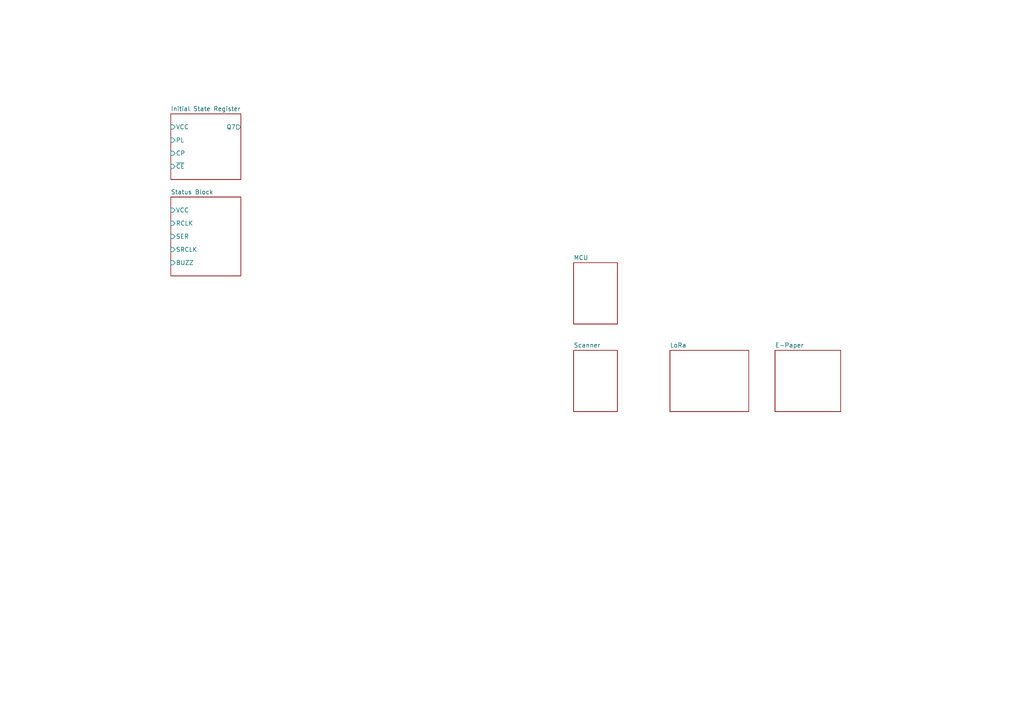
<source format=kicad_sch>
(kicad_sch (version 20230121) (generator eeschema)
  (paper "A4")
  (title_block (title "B1") (date "2024-02-05") (rev "1") (company "shawnd.xyz") (comment 3 "scanning as well as radio communications and outputs/displays.") (comment 4 "A B1 (Badger One) node is the core hardware unit of the Badger sytem. It handles card"))
  (lib_symbols)
  (sheet (at 49.53 33.02) (size 20.32 19.05) (stroke (width 0.1524))
    (property "Sheetname" "Initial State Register" (at 49.53 32.3084 0) (effects (justify left bottom)))
    (property "Sheetfile" "initial_state_register.kicad_sch" (effects hide))
    (pin "PL" input (at 49.53 40.64 180))
    (pin "CP" input (at 49.53 44.45 180))
    (pin "~{CE}" input (at 49.53 48.26 180))
    (pin "Q7" output (at 69.85 36.83 0))
    (pin "VCC" input (at 49.53 36.83 180))
  )
  (sheet (at 166.37 101.6) (size 12.7 17.78) (stroke (width 0.1524))
    (property "Sheetname" "Scanner" (at 166.37 100.8884 0) (effects (justify left bottom)))
    (property "Sheetfile" "scanner.kicad_sch" (effects hide))
  )
  (sheet (at 224.79 101.6) (size 19.05 17.78) (stroke (width 0.1524))
    (property "Sheetname" "E-Paper" (at 224.79 100.8884 0) (effects (justify left bottom)))
    (property "Sheetfile" "epaper.kicad_sch" (effects hide))
  )
  (sheet (at 166.37 76.2) (size 12.7 17.78) (stroke (width 0.1524))
    (property "Sheetname" "MCU" (at 166.37 75.4884 0) (effects (justify left bottom)))
    (property "Sheetfile" "mcu.kicad_sch" (effects hide))
  )
  (sheet (at 194.31 101.6) (size 22.86 17.78) (stroke (width 0.1524))
    (property "Sheetname" "LoRa" (at 194.31 100.8884 0) (effects (justify left bottom)))
    (property "Sheetfile" "lora.kicad_sch" (effects hide))
  )
  (sheet (at 49.53 57.15) (size 20.32 22.86) (stroke (width 0.1524))
    (property "Sheetname" "Status Block" (at 49.53 56.4384 0) (effects (justify left bottom)))
    (property "Sheetfile" "status_block.kicad_sch" (effects hide))
    (pin "VCC" input (at 49.53 60.96 180))
    (pin "BUZZ" input (at 49.53 76.2 180))
    (pin "RCLK" input (at 49.53 64.77 180))
    (pin "SER" input (at 49.53 68.58 180))
    (pin "SRCLK" input (at 49.53 72.39 180))
  )
)
</source>
